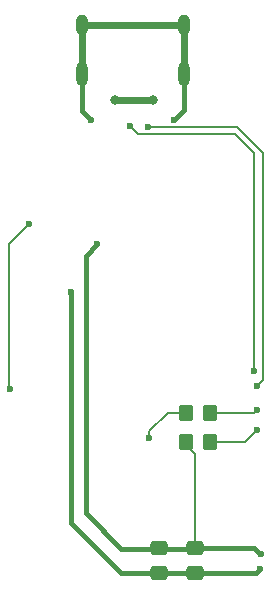
<source format=gbl>
G04 #@! TF.GenerationSoftware,KiCad,Pcbnew,9.0.2*
G04 #@! TF.CreationDate,2025-05-18T19:28:29-05:00*
G04 #@! TF.ProjectId,mainboard,6d61696e-626f-4617-9264-2e6b69636164,rev?*
G04 #@! TF.SameCoordinates,Original*
G04 #@! TF.FileFunction,Copper,L2,Bot*
G04 #@! TF.FilePolarity,Positive*
%FSLAX46Y46*%
G04 Gerber Fmt 4.6, Leading zero omitted, Abs format (unit mm)*
G04 Created by KiCad (PCBNEW 9.0.2) date 2025-05-18 19:28:29*
%MOMM*%
%LPD*%
G01*
G04 APERTURE LIST*
G04 Aperture macros list*
%AMRoundRect*
0 Rectangle with rounded corners*
0 $1 Rounding radius*
0 $2 $3 $4 $5 $6 $7 $8 $9 X,Y pos of 4 corners*
0 Add a 4 corners polygon primitive as box body*
4,1,4,$2,$3,$4,$5,$6,$7,$8,$9,$2,$3,0*
0 Add four circle primitives for the rounded corners*
1,1,$1+$1,$2,$3*
1,1,$1+$1,$4,$5*
1,1,$1+$1,$6,$7*
1,1,$1+$1,$8,$9*
0 Add four rect primitives between the rounded corners*
20,1,$1+$1,$2,$3,$4,$5,0*
20,1,$1+$1,$4,$5,$6,$7,0*
20,1,$1+$1,$6,$7,$8,$9,0*
20,1,$1+$1,$8,$9,$2,$3,0*%
G04 Aperture macros list end*
G04 #@! TA.AperFunction,HeatsinkPad*
%ADD10O,1.000000X2.100000*%
G04 #@! TD*
G04 #@! TA.AperFunction,HeatsinkPad*
%ADD11O,1.000000X1.800000*%
G04 #@! TD*
G04 #@! TA.AperFunction,SMDPad,CuDef*
%ADD12RoundRect,0.250000X0.350000X0.450000X-0.350000X0.450000X-0.350000X-0.450000X0.350000X-0.450000X0*%
G04 #@! TD*
G04 #@! TA.AperFunction,SMDPad,CuDef*
%ADD13RoundRect,0.250000X0.475000X-0.337500X0.475000X0.337500X-0.475000X0.337500X-0.475000X-0.337500X0*%
G04 #@! TD*
G04 #@! TA.AperFunction,SMDPad,CuDef*
%ADD14RoundRect,0.250000X-0.350000X-0.450000X0.350000X-0.450000X0.350000X0.450000X-0.350000X0.450000X0*%
G04 #@! TD*
G04 #@! TA.AperFunction,ViaPad*
%ADD15C,0.600000*%
G04 #@! TD*
G04 #@! TA.AperFunction,ViaPad*
%ADD16C,0.800000*%
G04 #@! TD*
G04 #@! TA.AperFunction,Conductor*
%ADD17C,0.400000*%
G04 #@! TD*
G04 #@! TA.AperFunction,Conductor*
%ADD18C,0.600000*%
G04 #@! TD*
G04 #@! TA.AperFunction,Conductor*
%ADD19C,0.200000*%
G04 #@! TD*
G04 APERTURE END LIST*
D10*
X128570000Y-71105000D03*
D11*
X128570000Y-66925000D03*
D10*
X119930000Y-71105000D03*
D11*
X119930000Y-66925000D03*
D12*
X130750000Y-102250000D03*
X128750000Y-102250000D03*
D13*
X129500000Y-113325000D03*
X129500000Y-111250000D03*
X126500000Y-113325000D03*
X126500000Y-111250000D03*
D14*
X128750000Y-99750000D03*
X130750000Y-99750000D03*
D15*
X120750000Y-75000000D03*
X135000000Y-113000000D03*
X127700000Y-75000000D03*
X119000000Y-89500000D03*
X125650000Y-101900000D03*
X121250000Y-85500000D03*
X135061226Y-111740402D03*
D16*
X126000000Y-73250000D03*
X122750000Y-73250000D03*
D15*
X134750000Y-97500000D03*
X125500000Y-75550000D03*
X124000000Y-75500000D03*
X134500000Y-96250000D03*
X134760000Y-99510000D03*
X134750000Y-101250000D03*
X115500000Y-83750000D03*
X113850000Y-97750000D03*
D17*
X129500000Y-113325000D02*
X134675000Y-113325000D01*
X120750000Y-75000000D02*
X119930000Y-74180000D01*
D18*
X119930000Y-66925000D02*
X119930000Y-71105000D01*
D17*
X128570000Y-74130000D02*
X128570000Y-71105000D01*
D19*
X125650000Y-101350000D02*
X127250000Y-99750000D01*
D17*
X125750000Y-113337500D02*
X129487500Y-113337500D01*
X119930000Y-74180000D02*
X119930000Y-71105000D01*
D19*
X125650000Y-101900000D02*
X125650000Y-101350000D01*
D17*
X119000000Y-109098528D02*
X123238972Y-113337500D01*
X123238972Y-113337500D02*
X125750000Y-113337500D01*
X119000000Y-89500000D02*
X119000000Y-109098528D01*
X127700000Y-75000000D02*
X128570000Y-74130000D01*
X129487500Y-113337500D02*
X129500000Y-113325000D01*
D18*
X128570000Y-66925000D02*
X128570000Y-71105000D01*
D19*
X127250000Y-99750000D02*
X128750000Y-99750000D01*
D18*
X119930000Y-66925000D02*
X128570000Y-66925000D01*
D17*
X134675000Y-113325000D02*
X135000000Y-113000000D01*
D19*
X128750000Y-102250000D02*
X128750000Y-102750000D01*
D17*
X120250000Y-108250000D02*
X120250000Y-86500000D01*
X123262500Y-111262500D02*
X120250000Y-108250000D01*
D19*
X128750000Y-102250000D02*
X128750000Y-102500000D01*
D17*
X120250000Y-86500000D02*
X121250000Y-85500000D01*
D19*
X128750000Y-102500000D02*
X129500000Y-103250000D01*
D17*
X125750000Y-111262500D02*
X123262500Y-111262500D01*
X129487500Y-111262500D02*
X129500000Y-111250000D01*
D19*
X129500000Y-103250000D02*
X129500000Y-111250000D01*
D17*
X134500000Y-111250000D02*
X135000000Y-111750000D01*
X129500000Y-111250000D02*
X134500000Y-111250000D01*
X125750000Y-111262500D02*
X129487500Y-111262500D01*
D18*
X122750000Y-73250000D02*
X126000000Y-73250000D01*
D19*
X125500000Y-75550000D02*
X125550000Y-75600000D01*
X135250000Y-77750000D02*
X135250000Y-97000000D01*
X135250000Y-97000000D02*
X134750000Y-97500000D01*
X125550000Y-75600000D02*
X133100000Y-75600000D01*
X133100000Y-75600000D02*
X135250000Y-77750000D01*
X124650000Y-76150000D02*
X124000000Y-75500000D01*
X134500000Y-77750000D02*
X132900000Y-76150000D01*
X132900000Y-76150000D02*
X124650000Y-76150000D01*
X134500000Y-96250000D02*
X134500000Y-77750000D01*
X134760000Y-99510000D02*
X134520000Y-99750000D01*
X134520000Y-99750000D02*
X130750000Y-99750000D01*
X133750000Y-102250000D02*
X130750000Y-102250000D01*
X134750000Y-101250000D02*
X133750000Y-102250000D01*
X113750000Y-97650000D02*
X113850000Y-97750000D01*
X115500000Y-83750000D02*
X113750000Y-85500000D01*
X113750000Y-85500000D02*
X113750000Y-97650000D01*
M02*

</source>
